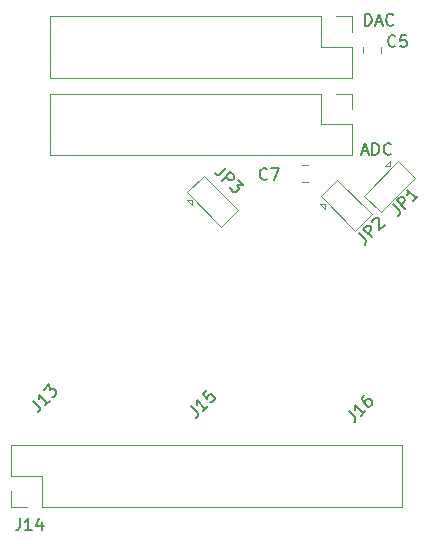
<source format=gbr>
%TF.GenerationSoftware,KiCad,Pcbnew,8.0.4*%
%TF.CreationDate,2024-12-17T16:18:45+07:00*%
%TF.ProjectId,16p_26p_adapter,3136705f-3236-4705-9f61-646170746572,rev?*%
%TF.SameCoordinates,Original*%
%TF.FileFunction,Legend,Top*%
%TF.FilePolarity,Positive*%
%FSLAX46Y46*%
G04 Gerber Fmt 4.6, Leading zero omitted, Abs format (unit mm)*
G04 Created by KiCad (PCBNEW 8.0.4) date 2024-12-17 16:18:45*
%MOMM*%
%LPD*%
G01*
G04 APERTURE LIST*
%ADD10C,0.150000*%
%ADD11C,0.120000*%
G04 APERTURE END LIST*
D10*
X48675733Y-32821980D02*
X48628114Y-32869600D01*
X48628114Y-32869600D02*
X48485257Y-32917219D01*
X48485257Y-32917219D02*
X48390019Y-32917219D01*
X48390019Y-32917219D02*
X48247162Y-32869600D01*
X48247162Y-32869600D02*
X48151924Y-32774361D01*
X48151924Y-32774361D02*
X48104305Y-32679123D01*
X48104305Y-32679123D02*
X48056686Y-32488647D01*
X48056686Y-32488647D02*
X48056686Y-32345790D01*
X48056686Y-32345790D02*
X48104305Y-32155314D01*
X48104305Y-32155314D02*
X48151924Y-32060076D01*
X48151924Y-32060076D02*
X48247162Y-31964838D01*
X48247162Y-31964838D02*
X48390019Y-31917219D01*
X48390019Y-31917219D02*
X48485257Y-31917219D01*
X48485257Y-31917219D02*
X48628114Y-31964838D01*
X48628114Y-31964838D02*
X48675733Y-32012457D01*
X49009067Y-31917219D02*
X49675733Y-31917219D01*
X49675733Y-31917219D02*
X49247162Y-32917219D01*
X27765476Y-61583219D02*
X27765476Y-62297504D01*
X27765476Y-62297504D02*
X27717857Y-62440361D01*
X27717857Y-62440361D02*
X27622619Y-62535600D01*
X27622619Y-62535600D02*
X27479762Y-62583219D01*
X27479762Y-62583219D02*
X27384524Y-62583219D01*
X28765476Y-62583219D02*
X28194048Y-62583219D01*
X28479762Y-62583219D02*
X28479762Y-61583219D01*
X28479762Y-61583219D02*
X28384524Y-61726076D01*
X28384524Y-61726076D02*
X28289286Y-61821314D01*
X28289286Y-61821314D02*
X28194048Y-61868933D01*
X29622619Y-61916552D02*
X29622619Y-62583219D01*
X29384524Y-61535600D02*
X29146429Y-62249885D01*
X29146429Y-62249885D02*
X29765476Y-62249885D01*
X56950124Y-19860419D02*
X56950124Y-18860419D01*
X56950124Y-18860419D02*
X57188219Y-18860419D01*
X57188219Y-18860419D02*
X57331076Y-18908038D01*
X57331076Y-18908038D02*
X57426314Y-19003276D01*
X57426314Y-19003276D02*
X57473933Y-19098514D01*
X57473933Y-19098514D02*
X57521552Y-19288990D01*
X57521552Y-19288990D02*
X57521552Y-19431847D01*
X57521552Y-19431847D02*
X57473933Y-19622323D01*
X57473933Y-19622323D02*
X57426314Y-19717561D01*
X57426314Y-19717561D02*
X57331076Y-19812800D01*
X57331076Y-19812800D02*
X57188219Y-19860419D01*
X57188219Y-19860419D02*
X56950124Y-19860419D01*
X57902505Y-19574704D02*
X58378695Y-19574704D01*
X57807267Y-19860419D02*
X58140600Y-18860419D01*
X58140600Y-18860419D02*
X58473933Y-19860419D01*
X59378695Y-19765180D02*
X59331076Y-19812800D01*
X59331076Y-19812800D02*
X59188219Y-19860419D01*
X59188219Y-19860419D02*
X59092981Y-19860419D01*
X59092981Y-19860419D02*
X58950124Y-19812800D01*
X58950124Y-19812800D02*
X58854886Y-19717561D01*
X58854886Y-19717561D02*
X58807267Y-19622323D01*
X58807267Y-19622323D02*
X58759648Y-19431847D01*
X58759648Y-19431847D02*
X58759648Y-19288990D01*
X58759648Y-19288990D02*
X58807267Y-19098514D01*
X58807267Y-19098514D02*
X58854886Y-19003276D01*
X58854886Y-19003276D02*
X58950124Y-18908038D01*
X58950124Y-18908038D02*
X59092981Y-18860419D01*
X59092981Y-18860419D02*
X59188219Y-18860419D01*
X59188219Y-18860419D02*
X59331076Y-18908038D01*
X59331076Y-18908038D02*
X59378695Y-18955657D01*
X59329435Y-35003346D02*
X59834511Y-35508422D01*
X59834511Y-35508422D02*
X59901854Y-35643109D01*
X59901854Y-35643109D02*
X59901854Y-35777796D01*
X59901854Y-35777796D02*
X59834511Y-35912483D01*
X59834511Y-35912483D02*
X59767167Y-35979827D01*
X60373259Y-35373735D02*
X59666152Y-34666628D01*
X59666152Y-34666628D02*
X59935526Y-34397254D01*
X59935526Y-34397254D02*
X60036542Y-34363583D01*
X60036542Y-34363583D02*
X60103885Y-34363583D01*
X60103885Y-34363583D02*
X60204900Y-34397254D01*
X60204900Y-34397254D02*
X60305916Y-34498270D01*
X60305916Y-34498270D02*
X60339587Y-34599285D01*
X60339587Y-34599285D02*
X60339587Y-34666628D01*
X60339587Y-34666628D02*
X60305916Y-34767644D01*
X60305916Y-34767644D02*
X60036542Y-35037018D01*
X61450755Y-34296239D02*
X61046694Y-34700300D01*
X61248725Y-34498270D02*
X60541618Y-33791163D01*
X60541618Y-33791163D02*
X60575290Y-33959522D01*
X60575290Y-33959522D02*
X60575290Y-34094209D01*
X60575290Y-34094209D02*
X60541618Y-34195224D01*
X56502404Y-37434115D02*
X57007480Y-37939191D01*
X57007480Y-37939191D02*
X57074823Y-38073878D01*
X57074823Y-38073878D02*
X57074823Y-38208565D01*
X57074823Y-38208565D02*
X57007480Y-38343252D01*
X57007480Y-38343252D02*
X56940136Y-38410596D01*
X57546228Y-37804504D02*
X56839121Y-37097397D01*
X56839121Y-37097397D02*
X57108495Y-36828023D01*
X57108495Y-36828023D02*
X57209511Y-36794352D01*
X57209511Y-36794352D02*
X57276854Y-36794352D01*
X57276854Y-36794352D02*
X57377869Y-36828023D01*
X57377869Y-36828023D02*
X57478885Y-36929039D01*
X57478885Y-36929039D02*
X57512556Y-37030054D01*
X57512556Y-37030054D02*
X57512556Y-37097397D01*
X57512556Y-37097397D02*
X57478885Y-37198413D01*
X57478885Y-37198413D02*
X57209511Y-37467787D01*
X57579900Y-36491306D02*
X57579900Y-36423962D01*
X57579900Y-36423962D02*
X57613572Y-36322947D01*
X57613572Y-36322947D02*
X57781930Y-36154588D01*
X57781930Y-36154588D02*
X57882946Y-36120917D01*
X57882946Y-36120917D02*
X57950289Y-36120917D01*
X57950289Y-36120917D02*
X58051304Y-36154588D01*
X58051304Y-36154588D02*
X58118648Y-36221932D01*
X58118648Y-36221932D02*
X58185991Y-36356619D01*
X58185991Y-36356619D02*
X58185991Y-37164741D01*
X58185991Y-37164741D02*
X58623724Y-36727008D01*
X56699305Y-30522104D02*
X57175495Y-30522104D01*
X56604067Y-30807819D02*
X56937400Y-29807819D01*
X56937400Y-29807819D02*
X57270733Y-30807819D01*
X57604067Y-30807819D02*
X57604067Y-29807819D01*
X57604067Y-29807819D02*
X57842162Y-29807819D01*
X57842162Y-29807819D02*
X57985019Y-29855438D01*
X57985019Y-29855438D02*
X58080257Y-29950676D01*
X58080257Y-29950676D02*
X58127876Y-30045914D01*
X58127876Y-30045914D02*
X58175495Y-30236390D01*
X58175495Y-30236390D02*
X58175495Y-30379247D01*
X58175495Y-30379247D02*
X58127876Y-30569723D01*
X58127876Y-30569723D02*
X58080257Y-30664961D01*
X58080257Y-30664961D02*
X57985019Y-30760200D01*
X57985019Y-30760200D02*
X57842162Y-30807819D01*
X57842162Y-30807819D02*
X57604067Y-30807819D01*
X59175495Y-30712580D02*
X59127876Y-30760200D01*
X59127876Y-30760200D02*
X58985019Y-30807819D01*
X58985019Y-30807819D02*
X58889781Y-30807819D01*
X58889781Y-30807819D02*
X58746924Y-30760200D01*
X58746924Y-30760200D02*
X58651686Y-30664961D01*
X58651686Y-30664961D02*
X58604067Y-30569723D01*
X58604067Y-30569723D02*
X58556448Y-30379247D01*
X58556448Y-30379247D02*
X58556448Y-30236390D01*
X58556448Y-30236390D02*
X58604067Y-30045914D01*
X58604067Y-30045914D02*
X58651686Y-29950676D01*
X58651686Y-29950676D02*
X58746924Y-29855438D01*
X58746924Y-29855438D02*
X58889781Y-29807819D01*
X58889781Y-29807819D02*
X58985019Y-29807819D01*
X58985019Y-29807819D02*
X59127876Y-29855438D01*
X59127876Y-29855438D02*
X59175495Y-29903057D01*
X45236845Y-31943643D02*
X44731769Y-32448719D01*
X44731769Y-32448719D02*
X44597082Y-32516062D01*
X44597082Y-32516062D02*
X44462395Y-32516062D01*
X44462395Y-32516062D02*
X44327708Y-32448719D01*
X44327708Y-32448719D02*
X44260364Y-32381375D01*
X44866456Y-32987467D02*
X45573563Y-32280360D01*
X45573563Y-32280360D02*
X45842937Y-32549734D01*
X45842937Y-32549734D02*
X45876608Y-32650750D01*
X45876608Y-32650750D02*
X45876608Y-32718093D01*
X45876608Y-32718093D02*
X45842937Y-32819108D01*
X45842937Y-32819108D02*
X45741921Y-32920124D01*
X45741921Y-32920124D02*
X45640906Y-32953795D01*
X45640906Y-32953795D02*
X45573563Y-32953795D01*
X45573563Y-32953795D02*
X45472547Y-32920124D01*
X45472547Y-32920124D02*
X45203173Y-32650750D01*
X46213326Y-32920124D02*
X46651059Y-33357856D01*
X46651059Y-33357856D02*
X46145982Y-33391528D01*
X46145982Y-33391528D02*
X46246998Y-33492543D01*
X46246998Y-33492543D02*
X46280669Y-33593559D01*
X46280669Y-33593559D02*
X46280669Y-33660902D01*
X46280669Y-33660902D02*
X46246998Y-33761917D01*
X46246998Y-33761917D02*
X46078639Y-33930276D01*
X46078639Y-33930276D02*
X45977624Y-33963948D01*
X45977624Y-33963948D02*
X45910280Y-33963948D01*
X45910280Y-33963948D02*
X45809265Y-33930276D01*
X45809265Y-33930276D02*
X45607234Y-33728246D01*
X45607234Y-33728246D02*
X45573563Y-33627230D01*
X45573563Y-33627230D02*
X45573563Y-33559887D01*
X59548733Y-21568580D02*
X59501114Y-21616200D01*
X59501114Y-21616200D02*
X59358257Y-21663819D01*
X59358257Y-21663819D02*
X59263019Y-21663819D01*
X59263019Y-21663819D02*
X59120162Y-21616200D01*
X59120162Y-21616200D02*
X59024924Y-21520961D01*
X59024924Y-21520961D02*
X58977305Y-21425723D01*
X58977305Y-21425723D02*
X58929686Y-21235247D01*
X58929686Y-21235247D02*
X58929686Y-21092390D01*
X58929686Y-21092390D02*
X58977305Y-20901914D01*
X58977305Y-20901914D02*
X59024924Y-20806676D01*
X59024924Y-20806676D02*
X59120162Y-20711438D01*
X59120162Y-20711438D02*
X59263019Y-20663819D01*
X59263019Y-20663819D02*
X59358257Y-20663819D01*
X59358257Y-20663819D02*
X59501114Y-20711438D01*
X59501114Y-20711438D02*
X59548733Y-20759057D01*
X60453495Y-20663819D02*
X59977305Y-20663819D01*
X59977305Y-20663819D02*
X59929686Y-21140009D01*
X59929686Y-21140009D02*
X59977305Y-21092390D01*
X59977305Y-21092390D02*
X60072543Y-21044771D01*
X60072543Y-21044771D02*
X60310638Y-21044771D01*
X60310638Y-21044771D02*
X60405876Y-21092390D01*
X60405876Y-21092390D02*
X60453495Y-21140009D01*
X60453495Y-21140009D02*
X60501114Y-21235247D01*
X60501114Y-21235247D02*
X60501114Y-21473342D01*
X60501114Y-21473342D02*
X60453495Y-21568580D01*
X60453495Y-21568580D02*
X60405876Y-21616200D01*
X60405876Y-21616200D02*
X60310638Y-21663819D01*
X60310638Y-21663819D02*
X60072543Y-21663819D01*
X60072543Y-21663819D02*
X59977305Y-21616200D01*
X59977305Y-21616200D02*
X59929686Y-21568580D01*
X28861679Y-51621918D02*
X29366755Y-52126994D01*
X29366755Y-52126994D02*
X29434099Y-52261681D01*
X29434099Y-52261681D02*
X29434099Y-52396368D01*
X29434099Y-52396368D02*
X29366755Y-52531055D01*
X29366755Y-52531055D02*
X29299412Y-52598399D01*
X30275893Y-51621918D02*
X29871832Y-52025979D01*
X30073862Y-51823948D02*
X29366755Y-51116841D01*
X29366755Y-51116841D02*
X29400427Y-51285200D01*
X29400427Y-51285200D02*
X29400427Y-51419887D01*
X29400427Y-51419887D02*
X29366755Y-51520902D01*
X29804488Y-50679109D02*
X30242221Y-50241376D01*
X30242221Y-50241376D02*
X30275893Y-50746452D01*
X30275893Y-50746452D02*
X30376908Y-50645437D01*
X30376908Y-50645437D02*
X30477923Y-50611765D01*
X30477923Y-50611765D02*
X30545267Y-50611765D01*
X30545267Y-50611765D02*
X30646282Y-50645437D01*
X30646282Y-50645437D02*
X30814641Y-50813796D01*
X30814641Y-50813796D02*
X30848312Y-50914811D01*
X30848312Y-50914811D02*
X30848312Y-50982154D01*
X30848312Y-50982154D02*
X30814641Y-51083170D01*
X30814641Y-51083170D02*
X30612610Y-51285200D01*
X30612610Y-51285200D02*
X30511595Y-51318872D01*
X30511595Y-51318872D02*
X30444251Y-51318872D01*
X55582479Y-52485518D02*
X56087555Y-52990594D01*
X56087555Y-52990594D02*
X56154899Y-53125281D01*
X56154899Y-53125281D02*
X56154899Y-53259968D01*
X56154899Y-53259968D02*
X56087555Y-53394655D01*
X56087555Y-53394655D02*
X56020212Y-53461999D01*
X56996693Y-52485518D02*
X56592632Y-52889579D01*
X56794662Y-52687548D02*
X56087555Y-51980441D01*
X56087555Y-51980441D02*
X56121227Y-52148800D01*
X56121227Y-52148800D02*
X56121227Y-52283487D01*
X56121227Y-52283487D02*
X56087555Y-52384502D01*
X56895677Y-51172319D02*
X56760990Y-51307006D01*
X56760990Y-51307006D02*
X56727319Y-51408022D01*
X56727319Y-51408022D02*
X56727319Y-51475365D01*
X56727319Y-51475365D02*
X56760990Y-51643724D01*
X56760990Y-51643724D02*
X56862006Y-51812083D01*
X56862006Y-51812083D02*
X57131380Y-52081457D01*
X57131380Y-52081457D02*
X57232395Y-52115128D01*
X57232395Y-52115128D02*
X57299738Y-52115128D01*
X57299738Y-52115128D02*
X57400754Y-52081457D01*
X57400754Y-52081457D02*
X57535441Y-51946770D01*
X57535441Y-51946770D02*
X57569112Y-51845754D01*
X57569112Y-51845754D02*
X57569112Y-51778411D01*
X57569112Y-51778411D02*
X57535441Y-51677396D01*
X57535441Y-51677396D02*
X57367082Y-51509037D01*
X57367082Y-51509037D02*
X57266067Y-51475365D01*
X57266067Y-51475365D02*
X57198723Y-51475365D01*
X57198723Y-51475365D02*
X57097708Y-51509037D01*
X57097708Y-51509037D02*
X56963021Y-51643724D01*
X56963021Y-51643724D02*
X56929349Y-51744739D01*
X56929349Y-51744739D02*
X56929349Y-51812083D01*
X56929349Y-51812083D02*
X56963021Y-51913098D01*
X42247479Y-52104518D02*
X42752555Y-52609594D01*
X42752555Y-52609594D02*
X42819899Y-52744281D01*
X42819899Y-52744281D02*
X42819899Y-52878968D01*
X42819899Y-52878968D02*
X42752555Y-53013655D01*
X42752555Y-53013655D02*
X42685212Y-53080999D01*
X43661693Y-52104518D02*
X43257632Y-52508579D01*
X43459662Y-52306548D02*
X42752555Y-51599441D01*
X42752555Y-51599441D02*
X42786227Y-51767800D01*
X42786227Y-51767800D02*
X42786227Y-51902487D01*
X42786227Y-51902487D02*
X42752555Y-52003502D01*
X43594349Y-50757648D02*
X43257632Y-51094365D01*
X43257632Y-51094365D02*
X43560677Y-51464754D01*
X43560677Y-51464754D02*
X43560677Y-51397411D01*
X43560677Y-51397411D02*
X43594349Y-51296396D01*
X43594349Y-51296396D02*
X43762708Y-51128037D01*
X43762708Y-51128037D02*
X43863723Y-51094365D01*
X43863723Y-51094365D02*
X43931067Y-51094365D01*
X43931067Y-51094365D02*
X44032082Y-51128037D01*
X44032082Y-51128037D02*
X44200441Y-51296396D01*
X44200441Y-51296396D02*
X44234112Y-51397411D01*
X44234112Y-51397411D02*
X44234112Y-51464754D01*
X44234112Y-51464754D02*
X44200441Y-51565770D01*
X44200441Y-51565770D02*
X44032082Y-51734128D01*
X44032082Y-51734128D02*
X43931067Y-51767800D01*
X43931067Y-51767800D02*
X43863723Y-51767800D01*
D11*
%TO.C,C7*%
X52153453Y-31675400D02*
X51630947Y-31675400D01*
X52153453Y-33145400D02*
X51630947Y-33145400D01*
%TO.C,J14*%
X26992800Y-55412400D02*
X60132800Y-55412400D01*
X26992800Y-58012399D02*
X26992800Y-55412400D01*
X26992800Y-60612400D02*
X26992800Y-59282400D01*
X28322800Y-60612400D02*
X26992800Y-60612400D01*
X29592800Y-58012400D02*
X26992800Y-58012399D01*
X29592801Y-60612400D02*
X29592800Y-58012400D01*
X29592801Y-60612400D02*
X60132800Y-60612400D01*
X60132800Y-60612400D02*
X60132800Y-55412400D01*
%TO.C,J18*%
X30336200Y-19092600D02*
X30336200Y-24292600D01*
X53256199Y-19092600D02*
X30336200Y-19092600D01*
X53256199Y-19092600D02*
X53256200Y-21692600D01*
X53256200Y-21692600D02*
X55856200Y-21692601D01*
X54526200Y-19092600D02*
X55856200Y-19092600D01*
X55856200Y-19092600D02*
X55856200Y-20422600D01*
X55856200Y-21692601D02*
X55856200Y-24292600D01*
X55856200Y-24292600D02*
X30336200Y-24292600D01*
%TO.C,JP1*%
X56874724Y-34269262D02*
X59773862Y-31370124D01*
X58288938Y-35683476D02*
X56874724Y-34269262D01*
X59102111Y-31334769D02*
X58677847Y-31759033D01*
X59102111Y-31759033D02*
X58677847Y-31759033D01*
X59102111Y-31759033D02*
X59102111Y-31334769D01*
X59773862Y-31370124D02*
X61188076Y-32784338D01*
X61188076Y-32784338D02*
X58288938Y-35683476D01*
%TO.C,JP2*%
X53176930Y-35000650D02*
X53601194Y-35424914D01*
X53212285Y-34328899D02*
X54626499Y-32914685D01*
X53601194Y-35000650D02*
X53176930Y-35000650D01*
X53601194Y-35000650D02*
X53601194Y-35424914D01*
X54626499Y-32914685D02*
X57525637Y-35813823D01*
X56111423Y-37228037D02*
X53212285Y-34328899D01*
X57525637Y-35813823D02*
X56111423Y-37228037D01*
%TO.C,J19*%
X30336200Y-25622600D02*
X30336200Y-30822600D01*
X53256199Y-25622600D02*
X30336200Y-25622600D01*
X53256199Y-25622600D02*
X53256200Y-28222600D01*
X53256200Y-28222600D02*
X55856200Y-28222601D01*
X54526200Y-25622600D02*
X55856200Y-25622600D01*
X55856200Y-25622600D02*
X55856200Y-26952600D01*
X55856200Y-28222601D02*
X55856200Y-30822600D01*
X55856200Y-30822600D02*
X30336200Y-30822600D01*
%TO.C,JP3*%
X41878769Y-34649889D02*
X42303033Y-35074153D01*
X41914124Y-33978138D02*
X43328338Y-32563924D01*
X42303033Y-34649889D02*
X41878769Y-34649889D01*
X42303033Y-34649889D02*
X42303033Y-35074153D01*
X43328338Y-32563924D02*
X46227476Y-35463062D01*
X44813262Y-36877276D02*
X41914124Y-33978138D01*
X46227476Y-35463062D02*
X44813262Y-36877276D01*
%TO.C,C5*%
X56823200Y-22215852D02*
X56823200Y-21693346D01*
X58293200Y-22215852D02*
X58293200Y-21693346D01*
%TD*%
M02*

</source>
